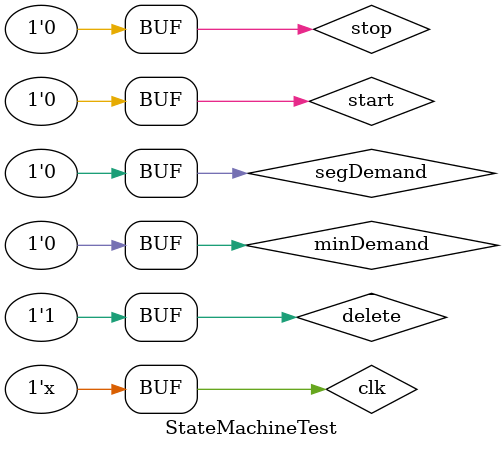
<source format=v>
`timescale 1ns / 1ps


module StateMachineTest;

	// Inputs
	reg clk = 0;
	reg start;
	reg stop;
	reg delete;
	reg segDemand;
	reg minDemand;

	// Outputs
	wire enableCounter;
	wire forward;
	wire resetTimer;

	// Instantiate the Unit Under Test (UUT)
	TimerStateMachine uut (
		.clk(clk), 
		.start(start), 
		.stop(stop), 
		.delete(delete), 
		.segDemand(segDemand), 
		.minDemand(minDemand), 
		.enableCounter(enableCounter), 
		.forward(forward), 
		.resetTimer(resetTimer)
	);

	always #5 clk = ~clk;

	initial begin
		// Initialize Inputs
		start = 0;
		stop = 0;
		delete = 0;
		segDemand = 0;
		minDemand = 0;

		/* //Prueba para iniciar sin establecer
		#2;
		start = 1;
		stop = 0;
		delete = 0;
		segDemand = 0;
		minDemand = 0;		
		*/
		
		//Prueba para iniciar en establecer
		#2;
		start = 0;
		stop = 0;
		delete = 0;
		segDemand = 1;
		minDemand = 0;		

		#5;
		start = 0;
		stop = 0;
		delete = 1;
		segDemand = 0;
		minDemand = 0;			
		

	end
      
endmodule


</source>
